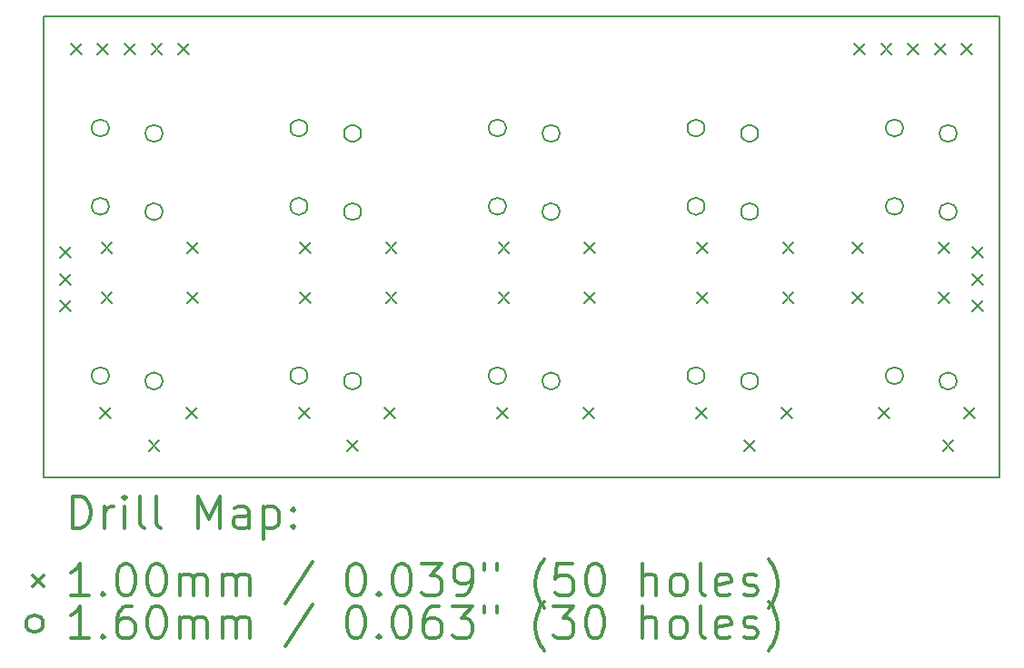
<source format=gbr>
%FSLAX45Y45*%
G04 Gerber Fmt 4.5, Leading zero omitted, Abs format (unit mm)*
G04 Created by KiCad (PCBNEW 4.0.1-stable) date Thursday, April 14, 2016 'AMt' 02:45:10 AM*
%MOMM*%
G01*
G04 APERTURE LIST*
%ADD10C,0.127000*%
%ADD11C,0.150000*%
%ADD12C,0.200000*%
%ADD13C,0.300000*%
G04 APERTURE END LIST*
D10*
D11*
X8900000Y0D02*
X0Y0D01*
X8900000Y-4300000D02*
X8900000Y0D01*
X0Y-4300000D02*
X8900000Y-4300000D01*
X0Y0D02*
X0Y-4300000D01*
D12*
X150000Y-2150000D02*
X250000Y-2250000D01*
X250000Y-2150000D02*
X150000Y-2250000D01*
X150000Y-2400000D02*
X250000Y-2500000D01*
X250000Y-2400000D02*
X150000Y-2500000D01*
X150000Y-2650000D02*
X250000Y-2750000D01*
X250000Y-2650000D02*
X150000Y-2750000D01*
X250000Y-250000D02*
X350000Y-350000D01*
X350000Y-250000D02*
X250000Y-350000D01*
X500000Y-250000D02*
X600000Y-350000D01*
X600000Y-250000D02*
X500000Y-350000D01*
X525000Y-3650000D02*
X625000Y-3750000D01*
X625000Y-3650000D02*
X525000Y-3750000D01*
X535000Y-2110000D02*
X635000Y-2210000D01*
X635000Y-2110000D02*
X535000Y-2210000D01*
X535000Y-2570000D02*
X635000Y-2670000D01*
X635000Y-2570000D02*
X535000Y-2670000D01*
X750000Y-250000D02*
X850000Y-350000D01*
X850000Y-250000D02*
X750000Y-350000D01*
X975000Y-3950000D02*
X1075000Y-4050000D01*
X1075000Y-3950000D02*
X975000Y-4050000D01*
X1000000Y-250000D02*
X1100000Y-350000D01*
X1100000Y-250000D02*
X1000000Y-350000D01*
X1250000Y-250000D02*
X1350000Y-350000D01*
X1350000Y-250000D02*
X1250000Y-350000D01*
X1325000Y-3650000D02*
X1425000Y-3750000D01*
X1425000Y-3650000D02*
X1325000Y-3750000D01*
X1335000Y-2110000D02*
X1435000Y-2210000D01*
X1435000Y-2110000D02*
X1335000Y-2210000D01*
X1335000Y-2570000D02*
X1435000Y-2670000D01*
X1435000Y-2570000D02*
X1335000Y-2670000D01*
X2375000Y-3650000D02*
X2475000Y-3750000D01*
X2475000Y-3650000D02*
X2375000Y-3750000D01*
X2385000Y-2110000D02*
X2485000Y-2210000D01*
X2485000Y-2110000D02*
X2385000Y-2210000D01*
X2385000Y-2570000D02*
X2485000Y-2670000D01*
X2485000Y-2570000D02*
X2385000Y-2670000D01*
X2825000Y-3950000D02*
X2925000Y-4050000D01*
X2925000Y-3950000D02*
X2825000Y-4050000D01*
X3175000Y-3650000D02*
X3275000Y-3750000D01*
X3275000Y-3650000D02*
X3175000Y-3750000D01*
X3185000Y-2110000D02*
X3285000Y-2210000D01*
X3285000Y-2110000D02*
X3185000Y-2210000D01*
X3185000Y-2570000D02*
X3285000Y-2670000D01*
X3285000Y-2570000D02*
X3185000Y-2670000D01*
X4225000Y-3650000D02*
X4325000Y-3750000D01*
X4325000Y-3650000D02*
X4225000Y-3750000D01*
X4235000Y-2110000D02*
X4335000Y-2210000D01*
X4335000Y-2110000D02*
X4235000Y-2210000D01*
X4235000Y-2570000D02*
X4335000Y-2670000D01*
X4335000Y-2570000D02*
X4235000Y-2670000D01*
X5025000Y-3650000D02*
X5125000Y-3750000D01*
X5125000Y-3650000D02*
X5025000Y-3750000D01*
X5035000Y-2110000D02*
X5135000Y-2210000D01*
X5135000Y-2110000D02*
X5035000Y-2210000D01*
X5035000Y-2570000D02*
X5135000Y-2670000D01*
X5135000Y-2570000D02*
X5035000Y-2670000D01*
X6075000Y-3650000D02*
X6175000Y-3750000D01*
X6175000Y-3650000D02*
X6075000Y-3750000D01*
X6085000Y-2110000D02*
X6185000Y-2210000D01*
X6185000Y-2110000D02*
X6085000Y-2210000D01*
X6085000Y-2570000D02*
X6185000Y-2670000D01*
X6185000Y-2570000D02*
X6085000Y-2670000D01*
X6525000Y-3950000D02*
X6625000Y-4050000D01*
X6625000Y-3950000D02*
X6525000Y-4050000D01*
X6875000Y-3650000D02*
X6975000Y-3750000D01*
X6975000Y-3650000D02*
X6875000Y-3750000D01*
X6885000Y-2110000D02*
X6985000Y-2210000D01*
X6985000Y-2110000D02*
X6885000Y-2210000D01*
X6885000Y-2570000D02*
X6985000Y-2670000D01*
X6985000Y-2570000D02*
X6885000Y-2670000D01*
X7535000Y-2110000D02*
X7635000Y-2210000D01*
X7635000Y-2110000D02*
X7535000Y-2210000D01*
X7535000Y-2570000D02*
X7635000Y-2670000D01*
X7635000Y-2570000D02*
X7535000Y-2670000D01*
X7550000Y-250000D02*
X7650000Y-350000D01*
X7650000Y-250000D02*
X7550000Y-350000D01*
X7775000Y-3650000D02*
X7875000Y-3750000D01*
X7875000Y-3650000D02*
X7775000Y-3750000D01*
X7800000Y-250000D02*
X7900000Y-350000D01*
X7900000Y-250000D02*
X7800000Y-350000D01*
X8050000Y-250000D02*
X8150000Y-350000D01*
X8150000Y-250000D02*
X8050000Y-350000D01*
X8300000Y-250000D02*
X8400000Y-350000D01*
X8400000Y-250000D02*
X8300000Y-350000D01*
X8335000Y-2110000D02*
X8435000Y-2210000D01*
X8435000Y-2110000D02*
X8335000Y-2210000D01*
X8335000Y-2570000D02*
X8435000Y-2670000D01*
X8435000Y-2570000D02*
X8335000Y-2670000D01*
X8375000Y-3950000D02*
X8475000Y-4050000D01*
X8475000Y-3950000D02*
X8375000Y-4050000D01*
X8550000Y-250000D02*
X8650000Y-350000D01*
X8650000Y-250000D02*
X8550000Y-350000D01*
X8575000Y-3650000D02*
X8675000Y-3750000D01*
X8675000Y-3650000D02*
X8575000Y-3750000D01*
X8650000Y-2150000D02*
X8750000Y-2250000D01*
X8750000Y-2150000D02*
X8650000Y-2250000D01*
X8650000Y-2400000D02*
X8750000Y-2500000D01*
X8750000Y-2400000D02*
X8650000Y-2500000D01*
X8650000Y-2650000D02*
X8750000Y-2750000D01*
X8750000Y-2650000D02*
X8650000Y-2750000D01*
X605000Y-1040000D02*
G75*
G03X605000Y-1040000I-80000J0D01*
G01*
X605000Y-1770000D02*
G75*
G03X605000Y-1770000I-80000J0D01*
G01*
X605000Y-3350000D02*
G75*
G03X605000Y-3350000I-80000J0D01*
G01*
X1105000Y-1090000D02*
G75*
G03X1105000Y-1090000I-80000J0D01*
G01*
X1105000Y-1820000D02*
G75*
G03X1105000Y-1820000I-80000J0D01*
G01*
X1105000Y-3400000D02*
G75*
G03X1105000Y-3400000I-80000J0D01*
G01*
X2455000Y-1040000D02*
G75*
G03X2455000Y-1040000I-80000J0D01*
G01*
X2455000Y-1770000D02*
G75*
G03X2455000Y-1770000I-80000J0D01*
G01*
X2455000Y-3350000D02*
G75*
G03X2455000Y-3350000I-80000J0D01*
G01*
X2955000Y-1090000D02*
G75*
G03X2955000Y-1090000I-80000J0D01*
G01*
X2955000Y-1820000D02*
G75*
G03X2955000Y-1820000I-80000J0D01*
G01*
X2955000Y-3400000D02*
G75*
G03X2955000Y-3400000I-80000J0D01*
G01*
X4305000Y-1040000D02*
G75*
G03X4305000Y-1040000I-80000J0D01*
G01*
X4305000Y-1770000D02*
G75*
G03X4305000Y-1770000I-80000J0D01*
G01*
X4305000Y-3350000D02*
G75*
G03X4305000Y-3350000I-80000J0D01*
G01*
X4805000Y-1090000D02*
G75*
G03X4805000Y-1090000I-80000J0D01*
G01*
X4805000Y-1820000D02*
G75*
G03X4805000Y-1820000I-80000J0D01*
G01*
X4805000Y-3400000D02*
G75*
G03X4805000Y-3400000I-80000J0D01*
G01*
X6155000Y-1040000D02*
G75*
G03X6155000Y-1040000I-80000J0D01*
G01*
X6155000Y-1770000D02*
G75*
G03X6155000Y-1770000I-80000J0D01*
G01*
X6155000Y-3350000D02*
G75*
G03X6155000Y-3350000I-80000J0D01*
G01*
X6655000Y-1090000D02*
G75*
G03X6655000Y-1090000I-80000J0D01*
G01*
X6655000Y-1820000D02*
G75*
G03X6655000Y-1820000I-80000J0D01*
G01*
X6655000Y-3400000D02*
G75*
G03X6655000Y-3400000I-80000J0D01*
G01*
X8005000Y-1040000D02*
G75*
G03X8005000Y-1040000I-80000J0D01*
G01*
X8005000Y-1770000D02*
G75*
G03X8005000Y-1770000I-80000J0D01*
G01*
X8005000Y-3350000D02*
G75*
G03X8005000Y-3350000I-80000J0D01*
G01*
X8505000Y-1090000D02*
G75*
G03X8505000Y-1090000I-80000J0D01*
G01*
X8505000Y-1820000D02*
G75*
G03X8505000Y-1820000I-80000J0D01*
G01*
X8505000Y-3400000D02*
G75*
G03X8505000Y-3400000I-80000J0D01*
G01*
D13*
X263929Y-4773214D02*
X263929Y-4473214D01*
X335357Y-4473214D01*
X378214Y-4487500D01*
X406786Y-4516072D01*
X421071Y-4544643D01*
X435357Y-4601786D01*
X435357Y-4644643D01*
X421071Y-4701786D01*
X406786Y-4730357D01*
X378214Y-4758929D01*
X335357Y-4773214D01*
X263929Y-4773214D01*
X563929Y-4773214D02*
X563929Y-4573214D01*
X563929Y-4630357D02*
X578214Y-4601786D01*
X592500Y-4587500D01*
X621071Y-4573214D01*
X649643Y-4573214D01*
X749643Y-4773214D02*
X749643Y-4573214D01*
X749643Y-4473214D02*
X735357Y-4487500D01*
X749643Y-4501786D01*
X763928Y-4487500D01*
X749643Y-4473214D01*
X749643Y-4501786D01*
X935357Y-4773214D02*
X906786Y-4758929D01*
X892500Y-4730357D01*
X892500Y-4473214D01*
X1092500Y-4773214D02*
X1063929Y-4758929D01*
X1049643Y-4730357D01*
X1049643Y-4473214D01*
X1435357Y-4773214D02*
X1435357Y-4473214D01*
X1535357Y-4687500D01*
X1635357Y-4473214D01*
X1635357Y-4773214D01*
X1906786Y-4773214D02*
X1906786Y-4616072D01*
X1892500Y-4587500D01*
X1863928Y-4573214D01*
X1806786Y-4573214D01*
X1778214Y-4587500D01*
X1906786Y-4758929D02*
X1878214Y-4773214D01*
X1806786Y-4773214D01*
X1778214Y-4758929D01*
X1763928Y-4730357D01*
X1763928Y-4701786D01*
X1778214Y-4673214D01*
X1806786Y-4658929D01*
X1878214Y-4658929D01*
X1906786Y-4644643D01*
X2049643Y-4573214D02*
X2049643Y-4873214D01*
X2049643Y-4587500D02*
X2078214Y-4573214D01*
X2135357Y-4573214D01*
X2163929Y-4587500D01*
X2178214Y-4601786D01*
X2192500Y-4630357D01*
X2192500Y-4716072D01*
X2178214Y-4744643D01*
X2163929Y-4758929D01*
X2135357Y-4773214D01*
X2078214Y-4773214D01*
X2049643Y-4758929D01*
X2321071Y-4744643D02*
X2335357Y-4758929D01*
X2321071Y-4773214D01*
X2306786Y-4758929D01*
X2321071Y-4744643D01*
X2321071Y-4773214D01*
X2321071Y-4587500D02*
X2335357Y-4601786D01*
X2321071Y-4616072D01*
X2306786Y-4601786D01*
X2321071Y-4587500D01*
X2321071Y-4616072D01*
X-107500Y-5217500D02*
X-7500Y-5317500D01*
X-7500Y-5217500D02*
X-107500Y-5317500D01*
X421071Y-5403214D02*
X249643Y-5403214D01*
X335357Y-5403214D02*
X335357Y-5103214D01*
X306786Y-5146072D01*
X278214Y-5174643D01*
X249643Y-5188929D01*
X549643Y-5374643D02*
X563929Y-5388929D01*
X549643Y-5403214D01*
X535357Y-5388929D01*
X549643Y-5374643D01*
X549643Y-5403214D01*
X749643Y-5103214D02*
X778214Y-5103214D01*
X806786Y-5117500D01*
X821071Y-5131786D01*
X835357Y-5160357D01*
X849643Y-5217500D01*
X849643Y-5288929D01*
X835357Y-5346072D01*
X821071Y-5374643D01*
X806786Y-5388929D01*
X778214Y-5403214D01*
X749643Y-5403214D01*
X721071Y-5388929D01*
X706786Y-5374643D01*
X692500Y-5346072D01*
X678214Y-5288929D01*
X678214Y-5217500D01*
X692500Y-5160357D01*
X706786Y-5131786D01*
X721071Y-5117500D01*
X749643Y-5103214D01*
X1035357Y-5103214D02*
X1063929Y-5103214D01*
X1092500Y-5117500D01*
X1106786Y-5131786D01*
X1121071Y-5160357D01*
X1135357Y-5217500D01*
X1135357Y-5288929D01*
X1121071Y-5346072D01*
X1106786Y-5374643D01*
X1092500Y-5388929D01*
X1063929Y-5403214D01*
X1035357Y-5403214D01*
X1006786Y-5388929D01*
X992500Y-5374643D01*
X978214Y-5346072D01*
X963928Y-5288929D01*
X963928Y-5217500D01*
X978214Y-5160357D01*
X992500Y-5131786D01*
X1006786Y-5117500D01*
X1035357Y-5103214D01*
X1263929Y-5403214D02*
X1263929Y-5203214D01*
X1263929Y-5231786D02*
X1278214Y-5217500D01*
X1306786Y-5203214D01*
X1349643Y-5203214D01*
X1378214Y-5217500D01*
X1392500Y-5246072D01*
X1392500Y-5403214D01*
X1392500Y-5246072D02*
X1406786Y-5217500D01*
X1435357Y-5203214D01*
X1478214Y-5203214D01*
X1506786Y-5217500D01*
X1521071Y-5246072D01*
X1521071Y-5403214D01*
X1663928Y-5403214D02*
X1663928Y-5203214D01*
X1663928Y-5231786D02*
X1678214Y-5217500D01*
X1706786Y-5203214D01*
X1749643Y-5203214D01*
X1778214Y-5217500D01*
X1792500Y-5246072D01*
X1792500Y-5403214D01*
X1792500Y-5246072D02*
X1806786Y-5217500D01*
X1835357Y-5203214D01*
X1878214Y-5203214D01*
X1906786Y-5217500D01*
X1921071Y-5246072D01*
X1921071Y-5403214D01*
X2506786Y-5088929D02*
X2249643Y-5474643D01*
X2892500Y-5103214D02*
X2921071Y-5103214D01*
X2949643Y-5117500D01*
X2963928Y-5131786D01*
X2978214Y-5160357D01*
X2992500Y-5217500D01*
X2992500Y-5288929D01*
X2978214Y-5346072D01*
X2963928Y-5374643D01*
X2949643Y-5388929D01*
X2921071Y-5403214D01*
X2892500Y-5403214D01*
X2863928Y-5388929D01*
X2849643Y-5374643D01*
X2835357Y-5346072D01*
X2821071Y-5288929D01*
X2821071Y-5217500D01*
X2835357Y-5160357D01*
X2849643Y-5131786D01*
X2863928Y-5117500D01*
X2892500Y-5103214D01*
X3121071Y-5374643D02*
X3135357Y-5388929D01*
X3121071Y-5403214D01*
X3106786Y-5388929D01*
X3121071Y-5374643D01*
X3121071Y-5403214D01*
X3321071Y-5103214D02*
X3349643Y-5103214D01*
X3378214Y-5117500D01*
X3392500Y-5131786D01*
X3406785Y-5160357D01*
X3421071Y-5217500D01*
X3421071Y-5288929D01*
X3406785Y-5346072D01*
X3392500Y-5374643D01*
X3378214Y-5388929D01*
X3349643Y-5403214D01*
X3321071Y-5403214D01*
X3292500Y-5388929D01*
X3278214Y-5374643D01*
X3263928Y-5346072D01*
X3249643Y-5288929D01*
X3249643Y-5217500D01*
X3263928Y-5160357D01*
X3278214Y-5131786D01*
X3292500Y-5117500D01*
X3321071Y-5103214D01*
X3521071Y-5103214D02*
X3706785Y-5103214D01*
X3606785Y-5217500D01*
X3649643Y-5217500D01*
X3678214Y-5231786D01*
X3692500Y-5246072D01*
X3706785Y-5274643D01*
X3706785Y-5346072D01*
X3692500Y-5374643D01*
X3678214Y-5388929D01*
X3649643Y-5403214D01*
X3563928Y-5403214D01*
X3535357Y-5388929D01*
X3521071Y-5374643D01*
X3849643Y-5403214D02*
X3906785Y-5403214D01*
X3935357Y-5388929D01*
X3949643Y-5374643D01*
X3978214Y-5331786D01*
X3992500Y-5274643D01*
X3992500Y-5160357D01*
X3978214Y-5131786D01*
X3963928Y-5117500D01*
X3935357Y-5103214D01*
X3878214Y-5103214D01*
X3849643Y-5117500D01*
X3835357Y-5131786D01*
X3821071Y-5160357D01*
X3821071Y-5231786D01*
X3835357Y-5260357D01*
X3849643Y-5274643D01*
X3878214Y-5288929D01*
X3935357Y-5288929D01*
X3963928Y-5274643D01*
X3978214Y-5260357D01*
X3992500Y-5231786D01*
X4106786Y-5103214D02*
X4106786Y-5160357D01*
X4221071Y-5103214D02*
X4221071Y-5160357D01*
X4663928Y-5517500D02*
X4649643Y-5503214D01*
X4621071Y-5460357D01*
X4606786Y-5431786D01*
X4592500Y-5388929D01*
X4578214Y-5317500D01*
X4578214Y-5260357D01*
X4592500Y-5188929D01*
X4606786Y-5146072D01*
X4621071Y-5117500D01*
X4649643Y-5074643D01*
X4663928Y-5060357D01*
X4921071Y-5103214D02*
X4778214Y-5103214D01*
X4763928Y-5246072D01*
X4778214Y-5231786D01*
X4806786Y-5217500D01*
X4878214Y-5217500D01*
X4906786Y-5231786D01*
X4921071Y-5246072D01*
X4935357Y-5274643D01*
X4935357Y-5346072D01*
X4921071Y-5374643D01*
X4906786Y-5388929D01*
X4878214Y-5403214D01*
X4806786Y-5403214D01*
X4778214Y-5388929D01*
X4763928Y-5374643D01*
X5121071Y-5103214D02*
X5149643Y-5103214D01*
X5178214Y-5117500D01*
X5192500Y-5131786D01*
X5206786Y-5160357D01*
X5221071Y-5217500D01*
X5221071Y-5288929D01*
X5206786Y-5346072D01*
X5192500Y-5374643D01*
X5178214Y-5388929D01*
X5149643Y-5403214D01*
X5121071Y-5403214D01*
X5092500Y-5388929D01*
X5078214Y-5374643D01*
X5063928Y-5346072D01*
X5049643Y-5288929D01*
X5049643Y-5217500D01*
X5063928Y-5160357D01*
X5078214Y-5131786D01*
X5092500Y-5117500D01*
X5121071Y-5103214D01*
X5578214Y-5403214D02*
X5578214Y-5103214D01*
X5706785Y-5403214D02*
X5706785Y-5246072D01*
X5692500Y-5217500D01*
X5663928Y-5203214D01*
X5621071Y-5203214D01*
X5592500Y-5217500D01*
X5578214Y-5231786D01*
X5892500Y-5403214D02*
X5863928Y-5388929D01*
X5849643Y-5374643D01*
X5835357Y-5346072D01*
X5835357Y-5260357D01*
X5849643Y-5231786D01*
X5863928Y-5217500D01*
X5892500Y-5203214D01*
X5935357Y-5203214D01*
X5963928Y-5217500D01*
X5978214Y-5231786D01*
X5992500Y-5260357D01*
X5992500Y-5346072D01*
X5978214Y-5374643D01*
X5963928Y-5388929D01*
X5935357Y-5403214D01*
X5892500Y-5403214D01*
X6163928Y-5403214D02*
X6135357Y-5388929D01*
X6121071Y-5360357D01*
X6121071Y-5103214D01*
X6392500Y-5388929D02*
X6363928Y-5403214D01*
X6306786Y-5403214D01*
X6278214Y-5388929D01*
X6263928Y-5360357D01*
X6263928Y-5246072D01*
X6278214Y-5217500D01*
X6306786Y-5203214D01*
X6363928Y-5203214D01*
X6392500Y-5217500D01*
X6406786Y-5246072D01*
X6406786Y-5274643D01*
X6263928Y-5303214D01*
X6521071Y-5388929D02*
X6549643Y-5403214D01*
X6606786Y-5403214D01*
X6635357Y-5388929D01*
X6649643Y-5360357D01*
X6649643Y-5346072D01*
X6635357Y-5317500D01*
X6606786Y-5303214D01*
X6563928Y-5303214D01*
X6535357Y-5288929D01*
X6521071Y-5260357D01*
X6521071Y-5246072D01*
X6535357Y-5217500D01*
X6563928Y-5203214D01*
X6606786Y-5203214D01*
X6635357Y-5217500D01*
X6749643Y-5517500D02*
X6763928Y-5503214D01*
X6792500Y-5460357D01*
X6806786Y-5431786D01*
X6821071Y-5388929D01*
X6835357Y-5317500D01*
X6835357Y-5260357D01*
X6821071Y-5188929D01*
X6806786Y-5146072D01*
X6792500Y-5117500D01*
X6763928Y-5074643D01*
X6749643Y-5060357D01*
X-7500Y-5663500D02*
G75*
G03X-7500Y-5663500I-80000J0D01*
G01*
X421071Y-5799214D02*
X249643Y-5799214D01*
X335357Y-5799214D02*
X335357Y-5499214D01*
X306786Y-5542072D01*
X278214Y-5570643D01*
X249643Y-5584929D01*
X549643Y-5770643D02*
X563929Y-5784929D01*
X549643Y-5799214D01*
X535357Y-5784929D01*
X549643Y-5770643D01*
X549643Y-5799214D01*
X821071Y-5499214D02*
X763928Y-5499214D01*
X735357Y-5513500D01*
X721071Y-5527786D01*
X692500Y-5570643D01*
X678214Y-5627786D01*
X678214Y-5742071D01*
X692500Y-5770643D01*
X706786Y-5784929D01*
X735357Y-5799214D01*
X792500Y-5799214D01*
X821071Y-5784929D01*
X835357Y-5770643D01*
X849643Y-5742071D01*
X849643Y-5670643D01*
X835357Y-5642071D01*
X821071Y-5627786D01*
X792500Y-5613500D01*
X735357Y-5613500D01*
X706786Y-5627786D01*
X692500Y-5642071D01*
X678214Y-5670643D01*
X1035357Y-5499214D02*
X1063929Y-5499214D01*
X1092500Y-5513500D01*
X1106786Y-5527786D01*
X1121071Y-5556357D01*
X1135357Y-5613500D01*
X1135357Y-5684929D01*
X1121071Y-5742071D01*
X1106786Y-5770643D01*
X1092500Y-5784929D01*
X1063929Y-5799214D01*
X1035357Y-5799214D01*
X1006786Y-5784929D01*
X992500Y-5770643D01*
X978214Y-5742071D01*
X963928Y-5684929D01*
X963928Y-5613500D01*
X978214Y-5556357D01*
X992500Y-5527786D01*
X1006786Y-5513500D01*
X1035357Y-5499214D01*
X1263929Y-5799214D02*
X1263929Y-5599214D01*
X1263929Y-5627786D02*
X1278214Y-5613500D01*
X1306786Y-5599214D01*
X1349643Y-5599214D01*
X1378214Y-5613500D01*
X1392500Y-5642071D01*
X1392500Y-5799214D01*
X1392500Y-5642071D02*
X1406786Y-5613500D01*
X1435357Y-5599214D01*
X1478214Y-5599214D01*
X1506786Y-5613500D01*
X1521071Y-5642071D01*
X1521071Y-5799214D01*
X1663928Y-5799214D02*
X1663928Y-5599214D01*
X1663928Y-5627786D02*
X1678214Y-5613500D01*
X1706786Y-5599214D01*
X1749643Y-5599214D01*
X1778214Y-5613500D01*
X1792500Y-5642071D01*
X1792500Y-5799214D01*
X1792500Y-5642071D02*
X1806786Y-5613500D01*
X1835357Y-5599214D01*
X1878214Y-5599214D01*
X1906786Y-5613500D01*
X1921071Y-5642071D01*
X1921071Y-5799214D01*
X2506786Y-5484929D02*
X2249643Y-5870643D01*
X2892500Y-5499214D02*
X2921071Y-5499214D01*
X2949643Y-5513500D01*
X2963928Y-5527786D01*
X2978214Y-5556357D01*
X2992500Y-5613500D01*
X2992500Y-5684929D01*
X2978214Y-5742071D01*
X2963928Y-5770643D01*
X2949643Y-5784929D01*
X2921071Y-5799214D01*
X2892500Y-5799214D01*
X2863928Y-5784929D01*
X2849643Y-5770643D01*
X2835357Y-5742071D01*
X2821071Y-5684929D01*
X2821071Y-5613500D01*
X2835357Y-5556357D01*
X2849643Y-5527786D01*
X2863928Y-5513500D01*
X2892500Y-5499214D01*
X3121071Y-5770643D02*
X3135357Y-5784929D01*
X3121071Y-5799214D01*
X3106786Y-5784929D01*
X3121071Y-5770643D01*
X3121071Y-5799214D01*
X3321071Y-5499214D02*
X3349643Y-5499214D01*
X3378214Y-5513500D01*
X3392500Y-5527786D01*
X3406785Y-5556357D01*
X3421071Y-5613500D01*
X3421071Y-5684929D01*
X3406785Y-5742071D01*
X3392500Y-5770643D01*
X3378214Y-5784929D01*
X3349643Y-5799214D01*
X3321071Y-5799214D01*
X3292500Y-5784929D01*
X3278214Y-5770643D01*
X3263928Y-5742071D01*
X3249643Y-5684929D01*
X3249643Y-5613500D01*
X3263928Y-5556357D01*
X3278214Y-5527786D01*
X3292500Y-5513500D01*
X3321071Y-5499214D01*
X3678214Y-5499214D02*
X3621071Y-5499214D01*
X3592500Y-5513500D01*
X3578214Y-5527786D01*
X3549643Y-5570643D01*
X3535357Y-5627786D01*
X3535357Y-5742071D01*
X3549643Y-5770643D01*
X3563928Y-5784929D01*
X3592500Y-5799214D01*
X3649643Y-5799214D01*
X3678214Y-5784929D01*
X3692500Y-5770643D01*
X3706785Y-5742071D01*
X3706785Y-5670643D01*
X3692500Y-5642071D01*
X3678214Y-5627786D01*
X3649643Y-5613500D01*
X3592500Y-5613500D01*
X3563928Y-5627786D01*
X3549643Y-5642071D01*
X3535357Y-5670643D01*
X3806785Y-5499214D02*
X3992500Y-5499214D01*
X3892500Y-5613500D01*
X3935357Y-5613500D01*
X3963928Y-5627786D01*
X3978214Y-5642071D01*
X3992500Y-5670643D01*
X3992500Y-5742071D01*
X3978214Y-5770643D01*
X3963928Y-5784929D01*
X3935357Y-5799214D01*
X3849643Y-5799214D01*
X3821071Y-5784929D01*
X3806785Y-5770643D01*
X4106786Y-5499214D02*
X4106786Y-5556357D01*
X4221071Y-5499214D02*
X4221071Y-5556357D01*
X4663928Y-5913500D02*
X4649643Y-5899214D01*
X4621071Y-5856357D01*
X4606786Y-5827786D01*
X4592500Y-5784929D01*
X4578214Y-5713500D01*
X4578214Y-5656357D01*
X4592500Y-5584929D01*
X4606786Y-5542072D01*
X4621071Y-5513500D01*
X4649643Y-5470643D01*
X4663928Y-5456357D01*
X4749643Y-5499214D02*
X4935357Y-5499214D01*
X4835357Y-5613500D01*
X4878214Y-5613500D01*
X4906786Y-5627786D01*
X4921071Y-5642071D01*
X4935357Y-5670643D01*
X4935357Y-5742071D01*
X4921071Y-5770643D01*
X4906786Y-5784929D01*
X4878214Y-5799214D01*
X4792500Y-5799214D01*
X4763928Y-5784929D01*
X4749643Y-5770643D01*
X5121071Y-5499214D02*
X5149643Y-5499214D01*
X5178214Y-5513500D01*
X5192500Y-5527786D01*
X5206786Y-5556357D01*
X5221071Y-5613500D01*
X5221071Y-5684929D01*
X5206786Y-5742071D01*
X5192500Y-5770643D01*
X5178214Y-5784929D01*
X5149643Y-5799214D01*
X5121071Y-5799214D01*
X5092500Y-5784929D01*
X5078214Y-5770643D01*
X5063928Y-5742071D01*
X5049643Y-5684929D01*
X5049643Y-5613500D01*
X5063928Y-5556357D01*
X5078214Y-5527786D01*
X5092500Y-5513500D01*
X5121071Y-5499214D01*
X5578214Y-5799214D02*
X5578214Y-5499214D01*
X5706785Y-5799214D02*
X5706785Y-5642071D01*
X5692500Y-5613500D01*
X5663928Y-5599214D01*
X5621071Y-5599214D01*
X5592500Y-5613500D01*
X5578214Y-5627786D01*
X5892500Y-5799214D02*
X5863928Y-5784929D01*
X5849643Y-5770643D01*
X5835357Y-5742071D01*
X5835357Y-5656357D01*
X5849643Y-5627786D01*
X5863928Y-5613500D01*
X5892500Y-5599214D01*
X5935357Y-5599214D01*
X5963928Y-5613500D01*
X5978214Y-5627786D01*
X5992500Y-5656357D01*
X5992500Y-5742071D01*
X5978214Y-5770643D01*
X5963928Y-5784929D01*
X5935357Y-5799214D01*
X5892500Y-5799214D01*
X6163928Y-5799214D02*
X6135357Y-5784929D01*
X6121071Y-5756357D01*
X6121071Y-5499214D01*
X6392500Y-5784929D02*
X6363928Y-5799214D01*
X6306786Y-5799214D01*
X6278214Y-5784929D01*
X6263928Y-5756357D01*
X6263928Y-5642071D01*
X6278214Y-5613500D01*
X6306786Y-5599214D01*
X6363928Y-5599214D01*
X6392500Y-5613500D01*
X6406786Y-5642071D01*
X6406786Y-5670643D01*
X6263928Y-5699214D01*
X6521071Y-5784929D02*
X6549643Y-5799214D01*
X6606786Y-5799214D01*
X6635357Y-5784929D01*
X6649643Y-5756357D01*
X6649643Y-5742071D01*
X6635357Y-5713500D01*
X6606786Y-5699214D01*
X6563928Y-5699214D01*
X6535357Y-5684929D01*
X6521071Y-5656357D01*
X6521071Y-5642071D01*
X6535357Y-5613500D01*
X6563928Y-5599214D01*
X6606786Y-5599214D01*
X6635357Y-5613500D01*
X6749643Y-5913500D02*
X6763928Y-5899214D01*
X6792500Y-5856357D01*
X6806786Y-5827786D01*
X6821071Y-5784929D01*
X6835357Y-5713500D01*
X6835357Y-5656357D01*
X6821071Y-5584929D01*
X6806786Y-5542072D01*
X6792500Y-5513500D01*
X6763928Y-5470643D01*
X6749643Y-5456357D01*
M02*

</source>
